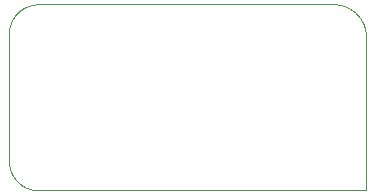
<source format=gbp>
G75*
%MOIN*%
%OFA0B0*%
%FSLAX25Y25*%
%IPPOS*%
%LPD*%
%AMOC8*
5,1,8,0,0,1.08239X$1,22.5*
%
%ADD10C,0.00000*%
D10*
X0011350Y0008680D02*
X0120500Y0008680D01*
X0120500Y0059915D01*
X0120497Y0060175D01*
X0120487Y0060435D01*
X0120472Y0060695D01*
X0120450Y0060954D01*
X0120422Y0061212D01*
X0120387Y0061470D01*
X0120346Y0061727D01*
X0120299Y0061983D01*
X0120246Y0062238D01*
X0120187Y0062491D01*
X0120122Y0062743D01*
X0120051Y0062993D01*
X0119973Y0063241D01*
X0119890Y0063488D01*
X0119801Y0063732D01*
X0119705Y0063974D01*
X0119604Y0064214D01*
X0119498Y0064451D01*
X0119385Y0064686D01*
X0119267Y0064917D01*
X0119143Y0065146D01*
X0119014Y0065372D01*
X0118880Y0065595D01*
X0118740Y0065814D01*
X0118595Y0066030D01*
X0118444Y0066242D01*
X0118289Y0066450D01*
X0118128Y0066655D01*
X0117963Y0066856D01*
X0117793Y0067053D01*
X0117618Y0067245D01*
X0117439Y0067434D01*
X0117255Y0067618D01*
X0117066Y0067797D01*
X0116874Y0067972D01*
X0116677Y0068142D01*
X0116476Y0068307D01*
X0116271Y0068468D01*
X0116063Y0068623D01*
X0115851Y0068774D01*
X0115635Y0068919D01*
X0115416Y0069059D01*
X0115193Y0069193D01*
X0114967Y0069322D01*
X0114738Y0069446D01*
X0114507Y0069564D01*
X0114272Y0069677D01*
X0114035Y0069783D01*
X0113795Y0069884D01*
X0113553Y0069980D01*
X0113309Y0070069D01*
X0113062Y0070152D01*
X0112814Y0070230D01*
X0112564Y0070301D01*
X0112312Y0070366D01*
X0112059Y0070425D01*
X0111804Y0070478D01*
X0111548Y0070525D01*
X0111291Y0070566D01*
X0111033Y0070601D01*
X0110775Y0070629D01*
X0110516Y0070651D01*
X0110256Y0070666D01*
X0109996Y0070676D01*
X0109736Y0070679D01*
X0109736Y0070680D02*
X0011312Y0070680D01*
X0011075Y0070677D01*
X0010838Y0070669D01*
X0010601Y0070654D01*
X0010365Y0070634D01*
X0010129Y0070608D01*
X0009894Y0070577D01*
X0009660Y0070540D01*
X0009427Y0070497D01*
X0009195Y0070449D01*
X0008964Y0070395D01*
X0008734Y0070335D01*
X0008506Y0070270D01*
X0008280Y0070200D01*
X0008055Y0070124D01*
X0007833Y0070042D01*
X0007612Y0069956D01*
X0007393Y0069864D01*
X0007177Y0069766D01*
X0006963Y0069664D01*
X0006752Y0069556D01*
X0006544Y0069443D01*
X0006338Y0069326D01*
X0006135Y0069203D01*
X0005935Y0069075D01*
X0005738Y0068943D01*
X0005545Y0068806D01*
X0005355Y0068664D01*
X0005168Y0068518D01*
X0004985Y0068367D01*
X0004805Y0068212D01*
X0004630Y0068053D01*
X0004458Y0067889D01*
X0004291Y0067722D01*
X0004127Y0067550D01*
X0003968Y0067375D01*
X0003813Y0067195D01*
X0003662Y0067012D01*
X0003516Y0066825D01*
X0003374Y0066635D01*
X0003237Y0066442D01*
X0003105Y0066245D01*
X0002977Y0066045D01*
X0002854Y0065842D01*
X0002737Y0065636D01*
X0002624Y0065428D01*
X0002516Y0065217D01*
X0002414Y0065003D01*
X0002316Y0064787D01*
X0002224Y0064568D01*
X0002138Y0064347D01*
X0002056Y0064125D01*
X0001980Y0063900D01*
X0001910Y0063674D01*
X0001845Y0063446D01*
X0001785Y0063216D01*
X0001731Y0062985D01*
X0001683Y0062753D01*
X0001640Y0062520D01*
X0001603Y0062286D01*
X0001572Y0062051D01*
X0001546Y0061815D01*
X0001526Y0061579D01*
X0001511Y0061342D01*
X0001503Y0061105D01*
X0001500Y0060868D01*
X0001500Y0018530D01*
X0001503Y0018292D01*
X0001512Y0018054D01*
X0001526Y0017817D01*
X0001546Y0017579D01*
X0001572Y0017343D01*
X0001603Y0017107D01*
X0001641Y0016872D01*
X0001684Y0016638D01*
X0001732Y0016405D01*
X0001786Y0016173D01*
X0001846Y0015942D01*
X0001911Y0015713D01*
X0001982Y0015486D01*
X0002058Y0015261D01*
X0002140Y0015037D01*
X0002227Y0014816D01*
X0002320Y0014596D01*
X0002417Y0014379D01*
X0002520Y0014165D01*
X0002628Y0013952D01*
X0002741Y0013743D01*
X0002860Y0013536D01*
X0002983Y0013333D01*
X0003111Y0013132D01*
X0003244Y0012935D01*
X0003381Y0012740D01*
X0003523Y0012549D01*
X0003670Y0012362D01*
X0003821Y0012178D01*
X0003977Y0011998D01*
X0004137Y0011822D01*
X0004301Y0011650D01*
X0004470Y0011481D01*
X0004642Y0011317D01*
X0004818Y0011157D01*
X0004998Y0011001D01*
X0005182Y0010850D01*
X0005369Y0010703D01*
X0005560Y0010561D01*
X0005755Y0010424D01*
X0005952Y0010291D01*
X0006153Y0010163D01*
X0006356Y0010040D01*
X0006563Y0009921D01*
X0006772Y0009808D01*
X0006985Y0009700D01*
X0007199Y0009597D01*
X0007416Y0009500D01*
X0007636Y0009407D01*
X0007857Y0009320D01*
X0008081Y0009238D01*
X0008306Y0009162D01*
X0008533Y0009091D01*
X0008762Y0009026D01*
X0008993Y0008966D01*
X0009225Y0008912D01*
X0009458Y0008864D01*
X0009692Y0008821D01*
X0009927Y0008783D01*
X0010163Y0008752D01*
X0010399Y0008726D01*
X0010637Y0008706D01*
X0010874Y0008692D01*
X0011112Y0008683D01*
X0011350Y0008680D01*
M02*

</source>
